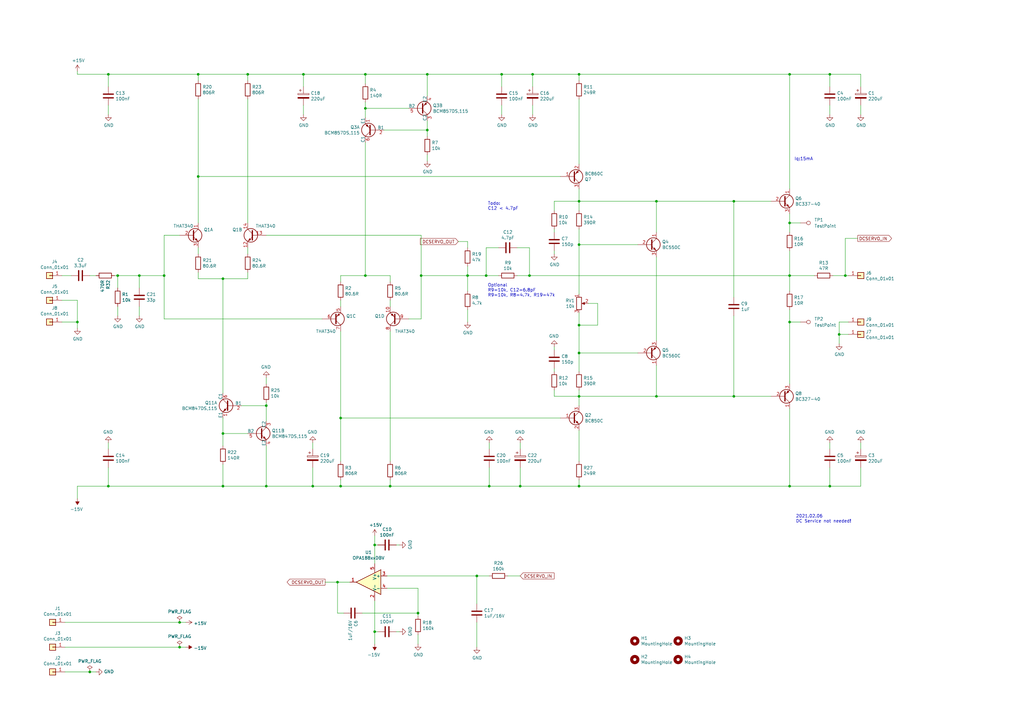
<source format=kicad_sch>
(kicad_sch (version 20211123) (generator eeschema)
  (paper "A3")
  (title_block (title "Discrete Pre-Amp Elektor THAT340 with DC Servo") (date "2022-11-06") (rev "v2d"))
  (lib_symbols
    (symbol "Amplifier_Operational:OPA188xxDBV" (pin_names (offset 0.127))
      (property "Reference" "U" (at 0 5.08 0))
      (property "Value" "OPA188xxDBV" (at 0 -5.08 0))
      (symbol "OPA188xxDBV_0_1"
        (pin power_in line (at -2.54 -7.62 90) (length 3.81) (name "V-") (number "2"))
        (pin power_in line (at -2.54 7.62 270) (length 3.81) (name "V+") (number "5"))
      )
      (symbol "OPA188xxDBV_1_1"
        (pin output line (at 7.62 0 180) (length 2.54) (name "~") (number "1"))
        (pin input line (at -7.62 2.54 0) (length 2.54) (name "+") (number "3"))
        (pin input line (at -7.62 -2.54 0) (length 2.54) (name "-") (number "4"))
      )
    )
    (symbol "Connector:TestPoint" (pin_numbers hide) (pin_names (offset 0.762) hide)
      (property "Reference" "TP" (at 0 6.858 0))
      (property "Value" "TestPoint" (at 0 5.08 0))
      (symbol "TestPoint_1_1"
        (pin passive line (at 0 0 90) (length 2.54) (name "1") (number "1"))
      )
    )
    (symbol "Connector_Generic:Conn_01x01" (pin_names (offset 1.016) hide)
      (property "Reference" "J" (at 0 2.54 0))
      (property "Value" "Conn_01x01" (at 0 -2.54 0))
      (symbol "Conn_01x01_1_1"
        (pin passive line (at -5.08 0 0) (length 3.81) (name "Pin_1") (number "1"))
      )
    )
    (symbol "Device:C" (pin_numbers hide) (pin_names (offset 0.254))
      (property "Reference" "C" (at 0.635 2.54 0))
      (property "Value" "C" (at 0.635 -2.54 0))
      (symbol "C_1_1"
        (pin passive line (at 0 3.81 270) (length 2.794) (name "~") (number "1"))
        (pin passive line (at 0 -3.81 90) (length 2.794) (name "~") (number "2"))
      )
    )
    (symbol "Device:C_Polarized" (pin_numbers hide) (pin_names (offset 0.254))
      (property "Reference" "C" (at 0.635 2.54 0))
      (property "Value" "C_Polarized" (at 0.635 -2.54 0))
      (symbol "C_Polarized_1_1"
        (pin passive line (at 0 3.81 270) (length 2.794) (name "~") (number "1"))
        (pin passive line (at 0 -3.81 90) (length 2.794) (name "~") (number "2"))
      )
    )
    (symbol "Device:R" (pin_numbers hide) (pin_names (offset 0))
      (property "Reference" "R" (at 2.032 0 90))
      (property "Value" "R" (at 0 0 90))
      (symbol "R_1_1"
        (pin passive line (at 0 3.81 270) (length 1.27) (name "~") (number "1"))
        (pin passive line (at 0 -3.81 90) (length 1.27) (name "~") (number "2"))
      )
    )
    (symbol "Mechanical:MountingHole" (pin_names (offset 1.016))
      (property "Reference" "H" (at 0 5.08 0))
      (property "Value" "MountingHole" (at 0 3.175 0))
    )
    (symbol "Transistor_BJT:BC327" (pin_names (offset 0) hide)
      (property "Reference" "Q" (at 5.08 1.905 0))
      (property "Value" "BC327" (at 5.08 0 0))
      (symbol "BC327_1_1"
        (pin passive line (at 2.54 5.08 270) (length 2.54) (name "C") (number "1"))
        (pin input line (at -5.08 0 0) (length 5.715) (name "B") (number "2"))
        (pin passive line (at 2.54 -5.08 90) (length 2.54) (name "E") (number "3"))
      )
    )
    (symbol "Transistor_BJT:BC337" (pin_names (offset 0) hide)
      (property "Reference" "Q" (at 5.08 1.905 0))
      (property "Value" "BC337" (at 5.08 0 0))
      (symbol "BC337_1_1"
        (pin passive line (at 2.54 5.08 270) (length 2.54) (name "C") (number "1"))
        (pin input line (at -5.08 0 0) (length 5.08) (name "B") (number "2"))
        (pin passive line (at 2.54 -5.08 90) (length 2.54) (name "E") (number "3"))
      )
    )
    (symbol "Transistor_BJT:BC550" (pin_names (offset 0) hide)
      (property "Reference" "Q" (at 5.08 1.905 0))
      (property "Value" "BC550" (at 5.08 0 0))
      (symbol "BC550_1_1"
        (pin passive line (at 2.54 5.08 270) (length 2.54) (name "C") (number "1"))
        (pin input line (at -5.08 0 0) (length 5.08) (name "B") (number "2"))
        (pin passive line (at 2.54 -5.08 90) (length 2.54) (name "E") (number "3"))
      )
    )
    (symbol "Transistor_BJT:BC560" (pin_names (offset 0) hide)
      (property "Reference" "Q" (at 5.08 1.905 0))
      (property "Value" "BC560" (at 5.08 0 0))
      (symbol "BC560_1_1"
        (pin passive line (at 2.54 5.08 270) (length 2.54) (name "C") (number "1"))
        (pin input line (at -5.08 0 0) (length 5.715) (name "B") (number "2"))
        (pin passive line (at 2.54 -5.08 90) (length 2.54) (name "E") (number "3"))
      )
    )
    (symbol "Transistor_BJT:BC850" (pin_names (offset 0) hide)
      (property "Reference" "Q" (at 5.08 1.905 0))
      (property "Value" "BC850" (at 5.08 0 0))
      (symbol "BC850_1_1"
        (pin input line (at -5.08 0 0) (length 5.715) (name "B") (number "1"))
        (pin passive line (at 2.54 -5.08 90) (length 2.54) (name "E") (number "2"))
        (pin passive line (at 2.54 5.08 270) (length 2.54) (name "C") (number "3"))
      )
    )
    (symbol "Transistor_BJT:BC860" (pin_names (offset 0) hide)
      (property "Reference" "Q" (at 5.08 1.905 0))
      (property "Value" "BC860" (at 5.08 0 0))
      (symbol "BC860_1_1"
        (pin input line (at -5.08 0 0) (length 5.715) (name "B") (number "1"))
        (pin passive line (at 2.54 -5.08 90) (length 2.54) (name "E") (number "2"))
        (pin passive line (at 2.54 5.08 270) (length 2.54) (name "C") (number "3"))
      )
    )
    (symbol "kicad-snk:BCM847DS,115" (pin_names (offset 0))
      (property "Reference" "Q" (at 5.08 1.27 0))
      (property "Value" "BCM847DS,115" (at 5.08 -1.27 0))
      (symbol "BCM847DS,115_1_1"
        (pin passive line (at 2.54 -5.08 90) (length 2.54) (name "E1") (number "1"))
        (pin input line (at -5.08 0 0) (length 2.54) (name "B1") (number "2"))
        (pin passive line (at 2.54 5.08 270) (length 2.54) (name "C1") (number "6"))
      )
      (symbol "BCM847DS,115_2_1"
        (pin passive line (at 2.54 5.08 270) (length 2.54) (name "C2") (number "3"))
        (pin passive line (at 2.54 -5.08 90) (length 2.54) (name "E2") (number "4"))
        (pin input line (at -5.08 0 0) (length 2.54) (name "B2") (number "5"))
      )
    )
    (symbol "kicad-snk:BCM857DS,115" (pin_names (offset 0))
      (property "Reference" "Q" (at 5.08 1.27 0))
      (property "Value" "BCM857DS,115" (at 5.08 -1.27 0))
      (symbol "BCM857DS,115_1_1"
        (pin passive line (at 2.54 -5.08 90) (length 2.54) (name "E1") (number "1"))
        (pin input line (at -5.08 0 0) (length 2.54) (name "B1") (number "2"))
        (pin passive line (at 2.54 5.08 270) (length 2.54) (name "C1") (number "6"))
      )
      (symbol "BCM857DS,115_2_1"
        (pin passive line (at 2.54 5.08 270) (length 2.54) (name "C2") (number "3"))
        (pin passive line (at 2.54 -5.08 90) (length 2.54) (name "E2") (number "4"))
        (pin input line (at -5.08 0 0) (length 2.54) (name "B2") (number "5"))
      )
    )
    (symbol "kicad-snk:THAT340" (pin_names (offset 0) hide)
      (property "Reference" "Q" (at 5.334 -5.08 0))
      (property "Value" "THAT340" (at 5.334 -6.858 0))
      (property "Datasheet" "http://www.thatcorp.com/datashts/THAT_300-Series_Datasheet.pdf" (at -2.032 0 0))
      (symbol "THAT340_1_1"
        (pin passive line (at 2.54 5.08 270) (length 2.54) (name "C") (number "1"))
        (pin input line (at -5.08 0 0) (length 5.715) (name "B") (number "2"))
        (pin passive line (at 2.54 -5.08 90) (length 2.54) (name "E") (number "3"))
      )
      (symbol "THAT340_2_1"
        (pin passive line (at 2.54 -5.08 90) (length 2.54) (name "E") (number "12"))
        (pin input line (at -5.08 0 0) (length 5.715) (name "B") (number "13"))
        (pin passive line (at 2.54 5.08 270) (length 2.54) (name "C") (number "14"))
      )
      (symbol "THAT340_3_1"
        (pin passive line (at 2.54 5.08 270) (length 2.54) (name "C") (number "5"))
        (pin input line (at -5.08 0 0) (length 5.715) (name "B") (number "6"))
        (pin passive line (at 2.54 -5.08 90) (length 2.54) (name "E") (number "7"))
      )
      (symbol "THAT340_4_1"
        (pin input line (at 2.54 5.08 270) (length 2.54) (name "~") (number "10"))
        (pin passive line (at 2.54 -5.08 90) (length 2.54) (name "E") (number "8"))
        (pin input line (at -5.08 0 0) (length 5.715) (name "B") (number "9"))
      )
      (symbol "THAT340_5_0"
        (text "SUB" (at -2.667 0 0) (effects (font (size 1.524 1.524))))
        (text "SUB" (at 2.921 0 0) (effects (font (size 1.524 1.524))))
      )
      (symbol "THAT340_5_1"
        (pin passive line (at 7.62 0 180) (length 2.54) (name "E") (number "11"))
        (pin input line (at -7.62 0 0) (length 2.54) (name "B") (number "4"))
      )
    )
    (symbol "power:+15V" (power) (pin_names (offset 0))
      (property "Value" "+15V" (at 0 3.556 0))
      (symbol "+15V_1_1"
        (pin power_in line (at 0 0 90) (length 0) hide (name "+15V") (number "1"))
      )
    )
    (symbol "power:-15V" (power) (pin_names (offset 0))
      (property "Value" "-15V" (at 0 3.81 0))
      (symbol "-15V_0_0"
        (pin power_in line (at 0 0 90) (length 0) hide (name "-15V") (number "1"))
      )
    )
    (symbol "power:GND" (power) (pin_names (offset 0))
      (property "Value" "GND" (at 0 -3.81 0))
      (symbol "GND_1_1"
        (pin power_in line (at 0 0 270) (length 0) hide (name "GND") (number "1"))
      )
    )
    (symbol "power:PWR_FLAG" (power) (pin_numbers hide) (pin_names (offset 0) hide)
      (property "Value" "PWR_FLAG" (at 0 3.81 0))
      (symbol "PWR_FLAG_0_0"
        (pin power_out line (at 0 0 90) (length 0) (name "pwr") (number "1"))
      )
    )
    (symbol "pre-amp-discret-rescue:R_POT-Device" (pin_names (offset 1.016) hide)
      (property "Reference" "RV" (at -4.445 0 90))
      (property "Value" "R_POT-Device" (at -2.54 0 90))
      (symbol "R_POT-Device_1_1"
        (pin passive line (at 0 3.81 270) (length 1.27) (name "1") (number "1"))
        (pin passive line (at 3.81 0 180) (length 1.27) (name "2") (number "2"))
        (pin passive line (at 0 -3.81 90) (length 1.27) (name "3") (number "3"))
      )
    )
  )
  (junction (at 149.86 113.03))
  (junction (at 139.7 199.39))
  (junction (at 237.49 162.56))
  (junction (at 237.49 100.33))
  (junction (at 237.49 30.48))
  (junction (at 149.86 30.48))
  (junction (at 67.31 113.03))
  (junction (at 160.02 199.39))
  (junction (at 237.49 82.55))
  (junction (at 300.99 82.55))
  (junction (at 175.26 30.48))
  (junction (at 237.49 133.35))
  (junction (at 124.46 30.48))
  (junction (at 340.36 199.39))
  (junction (at 195.58 236.22))
  (junction (at 171.45 251.46))
  (junction (at 139.7 171.45))
  (junction (at 346.71 113.03))
  (junction (at 323.85 91.44))
  (junction (at 91.44 114.3))
  (junction (at 138.43 238.76))
  (junction (at 172.72 113.03))
  (junction (at 36.83 275.59))
  (junction (at 153.67 223.52))
  (junction (at 237.49 144.78))
  (junction (at 205.74 30.48))
  (junction (at 323.85 113.03))
  (junction (at 44.45 30.48))
  (junction (at 81.28 30.48))
  (junction (at 175.26 53.34))
  (junction (at 44.45 199.39))
  (junction (at 73.66 255.27))
  (junction (at 109.22 166.37))
  (junction (at 57.15 113.03))
  (junction (at 269.24 162.56))
  (junction (at 323.85 30.48))
  (junction (at 109.22 199.39))
  (junction (at 31.75 132.08))
  (junction (at 218.44 30.48))
  (junction (at 213.36 199.39))
  (junction (at 73.66 265.43))
  (junction (at 91.44 199.39))
  (junction (at 323.85 132.08))
  (junction (at 81.28 72.39))
  (junction (at 191.77 113.03))
  (junction (at 200.66 199.39))
  (junction (at 48.26 113.03))
  (junction (at 269.24 82.55))
  (junction (at 340.36 30.48))
  (junction (at 237.49 199.39))
  (junction (at 149.86 44.45))
  (junction (at 91.44 177.8))
  (junction (at 199.39 113.03))
  (junction (at 128.27 199.39))
  (junction (at 101.6 30.48))
  (junction (at 344.17 137.16))
  (junction (at 300.99 162.56))
  (junction (at 217.17 113.03))
  (junction (at 323.85 199.39))
  (junction (at 153.67 259.08))
  (wire (pts (xy 26.67 265.43) (xy 73.66 265.43)))
  (wire (pts (xy 73.66 255.27) (xy 76.2 255.27)))
  (wire (pts (xy 347.98 132.08) (xy 344.17 132.08)))
  (wire (pts (xy 91.44 114.3) (xy 81.28 114.3)))
  (wire (pts (xy 237.49 100.33) (xy 237.49 93.98)))
  (wire (pts (xy 200.66 184.15) (xy 200.66 181.61)))
  (wire (pts (xy 163.83 223.52) (xy 162.56 223.52)))
  (wire (pts (xy 227.33 95.25) (xy 227.33 93.98)))
  (wire (pts (xy 227.33 162.56) (xy 227.33 160.02)))
  (wire (pts (xy 158.75 236.22) (xy 195.58 236.22)))
  (wire (pts (xy 109.22 182.88) (xy 109.22 199.39)))
  (wire (pts (xy 323.85 119.38) (xy 323.85 113.03)))
  (wire (pts (xy 212.09 101.6) (xy 217.17 101.6)))
  (wire (pts (xy 353.06 43.18) (xy 353.06 46.99)))
  (wire (pts (xy 353.06 30.48) (xy 340.36 30.48)))
  (wire (pts (xy 237.49 199.39) (xy 237.49 196.85)))
  (wire (pts (xy 67.31 96.52) (xy 67.31 113.03)))
  (wire (pts (xy 227.33 143.51) (xy 227.33 142.24)))
  (wire (pts (xy 227.33 152.4) (xy 227.33 151.13)))
  (wire (pts (xy 205.74 30.48) (xy 218.44 30.48)))
  (wire (pts (xy 261.62 100.33) (xy 237.49 100.33)))
  (wire (pts (xy 237.49 176.53) (xy 237.49 189.23)))
  (wire (pts (xy 149.86 113.03) (xy 160.02 113.03)))
  (wire (pts (xy 205.74 30.48) (xy 205.74 35.56)))
  (wire (pts (xy 213.36 191.77) (xy 213.36 199.39)))
  (wire (pts (xy 172.72 96.52) (xy 172.72 113.03)))
  (wire (pts (xy 138.43 251.46) (xy 138.43 238.76)))
  (wire (pts (xy 153.67 219.71) (xy 153.67 223.52)))
  (wire (pts (xy 237.49 162.56) (xy 237.49 160.02)))
  (wire (pts (xy 153.67 246.38) (xy 153.67 259.08)))
  (wire (pts (xy 269.24 82.55) (xy 237.49 82.55)))
  (wire (pts (xy 344.17 132.08) (xy 344.17 137.16)))
  (wire (pts (xy 347.98 137.16) (xy 344.17 137.16)))
  (wire (pts (xy 31.75 199.39) (xy 44.45 199.39)))
  (wire (pts (xy 227.33 82.55) (xy 237.49 82.55)))
  (wire (pts (xy 340.36 35.56) (xy 340.36 30.48)))
  (wire (pts (xy 237.49 86.36) (xy 237.49 82.55)))
  (wire (pts (xy 323.85 91.44) (xy 328.295 91.44)))
  (wire (pts (xy 237.49 33.02) (xy 237.49 30.48)))
  (wire (pts (xy 25.4 132.08) (xy 31.75 132.08)))
  (wire (pts (xy 160.02 125.73) (xy 160.02 123.19)))
  (wire (pts (xy 148.59 251.46) (xy 171.45 251.46)))
  (wire (pts (xy 26.67 255.27) (xy 73.66 255.27)))
  (wire (pts (xy 160.02 135.89) (xy 160.02 189.23)))
  (wire (pts (xy 109.22 96.52) (xy 172.72 96.52)))
  (wire (pts (xy 199.39 113.03) (xy 191.77 113.03)))
  (wire (pts (xy 175.26 66.04) (xy 175.26 63.5)))
  (wire (pts (xy 101.6 40.64) (xy 101.6 91.44)))
  (wire (pts (xy 44.45 35.56) (xy 44.45 30.48)))
  (wire (pts (xy 57.15 113.03) (xy 67.31 113.03)))
  (wire (pts (xy 149.86 34.29) (xy 149.86 30.48)))
  (wire (pts (xy 160.02 199.39) (xy 200.66 199.39)))
  (wire (pts (xy 205.74 46.99) (xy 205.74 43.18)))
  (wire (pts (xy 44.45 184.15) (xy 44.45 181.61)))
  (wire (pts (xy 175.26 30.48) (xy 205.74 30.48)))
  (wire (pts (xy 157.48 53.34) (xy 175.26 53.34)))
  (wire (pts (xy 109.22 165.1) (xy 109.22 166.37)))
  (wire (pts (xy 139.7 135.89) (xy 139.7 171.45)))
  (wire (pts (xy 128.27 184.15) (xy 128.27 181.61)))
  (wire (pts (xy 153.67 259.08) (xy 153.67 264.16)))
  (wire (pts (xy 57.15 129.54) (xy 57.15 125.73)))
  (wire (pts (xy 101.6 30.48) (xy 101.6 33.02)))
  (wire (pts (xy 48.26 118.11) (xy 48.26 113.03)))
  (wire (pts (xy 323.85 87.63) (xy 323.85 91.44)))
  (wire (pts (xy 109.22 166.37) (xy 109.22 172.72)))
  (wire (pts (xy 48.26 113.03) (xy 57.15 113.03)))
  (wire (pts (xy 31.75 30.48) (xy 31.75 29.21)))
  (wire (pts (xy 149.86 48.26) (xy 149.86 44.45)))
  (wire (pts (xy 26.67 275.59) (xy 36.83 275.59)))
  (wire (pts (xy 340.36 199.39) (xy 340.36 191.77)))
  (wire (pts (xy 200.66 191.77) (xy 200.66 199.39)))
  (wire (pts (xy 67.31 113.03) (xy 67.31 130.81)))
  (wire (pts (xy 323.85 167.64) (xy 323.85 199.39)))
  (wire (pts (xy 245.11 133.35) (xy 237.49 133.35)))
  (wire (pts (xy 213.36 199.39) (xy 237.49 199.39)))
  (wire (pts (xy 300.99 162.56) (xy 269.24 162.56)))
  (wire (pts (xy 109.22 157.48) (xy 109.22 154.94)))
  (wire (pts (xy 139.7 125.73) (xy 139.7 123.19)))
  (wire (pts (xy 73.66 265.43) (xy 76.2 265.43)))
  (wire (pts (xy 44.45 199.39) (xy 44.45 191.77)))
  (wire (pts (xy 346.71 113.03) (xy 347.98 113.03)))
  (wire (pts (xy 139.7 113.03) (xy 149.86 113.03)))
  (wire (pts (xy 237.49 199.39) (xy 323.85 199.39)))
  (wire (pts (xy 323.85 199.39) (xy 340.36 199.39)))
  (wire (pts (xy 300.99 129.54) (xy 300.99 162.56)))
  (wire (pts (xy 31.75 132.08) (xy 31.75 134.62)))
  (wire (pts (xy 172.72 113.03) (xy 191.77 113.03)))
  (wire (pts (xy 340.36 184.15) (xy 340.36 181.61)))
  (wire (pts (xy 44.45 46.99) (xy 44.45 43.18)))
  (wire (pts (xy 213.36 184.15) (xy 213.36 181.61)))
  (wire (pts (xy 323.85 157.48) (xy 323.85 132.08)))
  (wire (pts (xy 153.67 223.52) (xy 153.67 231.14)))
  (wire (pts (xy 175.26 53.34) (xy 175.26 49.53)))
  (wire (pts (xy 323.85 30.48) (xy 340.36 30.48)))
  (wire (pts (xy 237.49 133.35) (xy 237.49 144.78)))
  (wire (pts (xy 175.26 39.37) (xy 175.26 30.48)))
  (wire (pts (xy 237.49 30.48) (xy 323.85 30.48)))
  (wire (pts (xy 128.27 199.39) (xy 128.27 191.77)))
  (wire (pts (xy 101.6 114.3) (xy 91.44 114.3)))
  (wire (pts (xy 217.17 113.03) (xy 323.85 113.03)))
  (wire (pts (xy 167.64 130.81) (xy 172.72 130.81)))
  (wire (pts (xy 237.49 162.56) (xy 227.33 162.56)))
  (wire (pts (xy 31.75 204.47) (xy 31.75 199.39)))
  (wire (pts (xy 139.7 171.45) (xy 139.7 189.23)))
  (wire (pts (xy 81.28 114.3) (xy 81.28 111.76)))
  (wire (pts (xy 101.6 177.8) (xy 91.44 177.8)))
  (wire (pts (xy 36.83 113.03) (xy 39.37 113.03)))
  (wire (pts (xy 154.94 259.08) (xy 153.67 259.08)))
  (wire (pts (xy 81.28 104.14) (xy 81.28 101.6)))
  (wire (pts (xy 31.75 30.48) (xy 44.45 30.48)))
  (wire (pts (xy 31.75 123.19) (xy 31.75 132.08)))
  (wire (pts (xy 160.02 115.57) (xy 160.02 113.03)))
  (wire (pts (xy 101.6 104.14) (xy 101.6 101.6)))
  (wire (pts (xy 172.72 113.03) (xy 172.72 130.81)))
  (wire (pts (xy 140.97 251.46) (xy 138.43 251.46)))
  (wire (pts (xy 191.77 101.6) (xy 191.77 99.06)))
  (wire (pts (xy 81.28 40.64) (xy 81.28 72.39)))
  (wire (pts (xy 212.09 113.03) (xy 217.17 113.03)))
  (wire (pts (xy 99.06 166.37) (xy 109.22 166.37)))
  (wire (pts (xy 300.99 121.92) (xy 300.99 82.55)))
  (wire (pts (xy 229.87 171.45) (xy 139.7 171.45)))
  (wire (pts (xy 91.44 177.8) (xy 91.44 171.45)))
  (wire (pts (xy 323.85 113.03) (xy 334.01 113.03)))
  (wire (pts (xy 269.24 149.86) (xy 269.24 162.56)))
  (wire (pts (xy 44.45 199.39) (xy 91.44 199.39)))
  (wire (pts (xy 353.06 184.15) (xy 353.06 181.61)))
  (wire (pts (xy 323.85 30.48) (xy 323.85 77.47)))
  (wire (pts (xy 346.71 97.79) (xy 346.71 113.03)))
  (wire (pts (xy 109.22 199.39) (xy 128.27 199.39)))
  (wire (pts (xy 139.7 115.57) (xy 139.7 113.03)))
  (wire (pts (xy 245.11 124.46) (xy 245.11 133.35)))
  (wire (pts (xy 199.39 101.6) (xy 199.39 113.03)))
  (wire (pts (xy 36.83 275.59) (xy 39.37 275.59)))
  (wire (pts (xy 128.27 199.39) (xy 139.7 199.39)))
  (wire (pts (xy 353.06 199.39) (xy 353.06 191.77)))
  (wire (pts (xy 25.4 113.03) (xy 29.21 113.03)))
  (wire (pts (xy 149.86 30.48) (xy 175.26 30.48)))
  (wire (pts (xy 171.45 260.35) (xy 171.45 264.16)))
  (wire (pts (xy 149.86 58.42) (xy 149.86 113.03)))
  (wire (pts (xy 241.3 124.46) (xy 245.11 124.46)))
  (wire (pts (xy 124.46 35.56) (xy 124.46 30.48)))
  (wire (pts (xy 195.58 236.22) (xy 200.66 236.22)))
  (wire (pts (xy 139.7 199.39) (xy 160.02 199.39)))
  (wire (pts (xy 171.45 241.3) (xy 158.75 241.3)))
  (wire (pts (xy 353.06 199.39) (xy 340.36 199.39)))
  (wire (pts (xy 57.15 118.11) (xy 57.15 113.03)))
  (wire (pts (xy 25.4 123.19) (xy 31.75 123.19)))
  (wire (pts (xy 208.28 236.22) (xy 213.36 236.22)))
  (wire (pts (xy 217.17 101.6) (xy 217.17 113.03)))
  (wire (pts (xy 48.26 129.54) (xy 48.26 125.73)))
  (wire (pts (xy 133.35 238.76) (xy 138.43 238.76)))
  (wire (pts (xy 139.7 199.39) (xy 139.7 196.85)))
  (wire (pts (xy 81.28 30.48) (xy 101.6 30.48)))
  (wire (pts (xy 167.64 44.45) (xy 149.86 44.45)))
  (wire (pts (xy 149.86 44.45) (xy 149.86 41.91)))
  (wire (pts (xy 218.44 30.48) (xy 237.49 30.48)))
  (wire (pts (xy 191.77 127) (xy 191.77 132.08)))
  (wire (pts (xy 81.28 30.48) (xy 81.28 33.02)))
  (wire (pts (xy 227.33 86.36) (xy 227.33 82.55)))
  (wire (pts (xy 175.26 55.88) (xy 175.26 53.34)))
  (wire (pts (xy 191.77 113.03) (xy 191.77 119.38)))
  (wire (pts (xy 124.46 43.18) (xy 124.46 46.99)))
  (wire (pts (xy 67.31 96.52) (xy 73.66 96.52)))
  (wire (pts (xy 46.99 113.03) (xy 48.26 113.03)))
  (wire (pts (xy 163.83 259.08) (xy 162.56 259.08)))
  (wire (pts (xy 218.44 43.18) (xy 218.44 46.99)))
  (wire (pts (xy 204.47 101.6) (xy 199.39 101.6)))
  (wire (pts (xy 171.45 252.73) (xy 171.45 251.46)))
  (wire (pts (xy 269.24 162.56) (xy 237.49 162.56)))
  (wire (pts (xy 237.49 144.78) (xy 237.49 152.4)))
  (wire (pts (xy 195.58 247.65) (xy 195.58 236.22)))
  (wire (pts (xy 344.17 140.97) (xy 344.17 137.16)))
  (wire (pts (xy 199.39 113.03) (xy 204.47 113.03)))
  (wire (pts (xy 237.49 120.65) (xy 237.49 100.33)))
  (wire (pts (xy 353.06 35.56) (xy 353.06 30.48)))
  (wire (pts (xy 269.24 105.41) (xy 269.24 139.7)))
  (wire (pts (xy 341.63 113.03) (xy 346.71 113.03)))
  (wire (pts (xy 323.85 91.44) (xy 323.85 95.25)))
  (wire (pts (xy 237.49 82.55) (xy 237.49 77.47)))
  (wire (pts (xy 200.66 199.39) (xy 213.36 199.39)))
  (wire (pts (xy 171.45 251.46) (xy 171.45 241.3)))
  (wire (pts (xy 138.43 238.76) (xy 143.51 238.76)))
  (wire (pts (xy 124.46 30.48) (xy 101.6 30.48)))
  (wire (pts (xy 323.85 132.08) (xy 328.295 132.08)))
  (wire (pts (xy 191.77 99.06) (xy 187.96 99.06)))
  (wire (pts (xy 195.58 265.43) (xy 195.58 255.27)))
  (wire (pts (xy 323.85 113.03) (xy 323.85 102.87)))
  (wire (pts (xy 160.02 199.39) (xy 160.02 196.85)))
  (wire (pts (xy 81.28 72.39) (xy 81.28 91.44)))
  (wire (pts (xy 101.6 114.3) (xy 101.6 111.76)))
  (wire (pts (xy 227.33 104.14) (xy 227.33 102.87)))
  (wire (pts (xy 351.79 97.79) (xy 346.71 97.79)))
  (wire (pts (xy 67.31 130.81) (xy 132.08 130.81)))
  (wire (pts (xy 269.24 95.25) (xy 269.24 82.55)))
  (wire (pts (xy 91.44 199.39) (xy 109.22 199.39)))
  (wire (pts (xy 300.99 82.55) (xy 269.24 82.55)))
  (wire (pts (xy 154.94 223.52) (xy 153.67 223.52)))
  (wire (pts (xy 237.49 40.64) (xy 237.49 67.31)))
  (wire (pts (xy 323.85 132.08) (xy 323.85 127)))
  (wire (pts (xy 44.45 30.48) (xy 81.28 30.48)))
  (wire (pts (xy 91.44 161.29) (xy 91.44 114.3)))
  (wire (pts (xy 237.49 166.37) (xy 237.49 162.56)))
  (wire (pts (xy 316.23 162.56) (xy 300.99 162.56)))
  (wire (pts (xy 229.87 72.39) (xy 81.28 72.39)))
  (wire (pts (xy 91.44 190.5) (xy 91.44 199.39)))
  (wire (pts (xy 191.77 109.22) (xy 191.77 113.03)))
  (wire (pts (xy 237.49 128.27) (xy 237.49 133.35)))
  (wire (pts (xy 261.62 144.78) (xy 237.49 144.78)))
  (wire (pts (xy 340.36 46.99) (xy 340.36 43.18)))
  (wire (pts (xy 91.44 182.88) (xy 91.44 177.8)))
  (wire (pts (xy 124.46 30.48) (xy 149.86 30.48)))
  (wire (pts (xy 218.44 30.48) (xy 218.44 35.56)))
  (wire (pts (xy 316.23 82.55) (xy 300.99 82.55)))
  (text "2021.02.06\nDC Service not needed!" (at 326.39 214.63 0) (effects (font (size 1.27 1.27)) (justify left bottom)))
  (text "Optional\nR9=10k, C12=6.8pF\nR9=10k, R8=4.7k, R19=47k" (at 200.025 121.92 0) (effects (font (size 1.27 1.27)) (justify left bottom)))
  (text "Todo:\nC12 < 4.7pF" (at 200.025 86.36 0) (effects (font (size 1.27 1.27)) (justify left bottom)))
  (text "Iq:15mA" (at 325.755 66.04 0) (effects (font (size 1.27 1.27)) (justify left bottom)))
  (global_label "DCSERVO_OUT" (shape output) (at 133.35 238.76 180) (property "Intersheet References" "${INTERSHEET_REFS}" (effects hide)))
  (global_label "DCSERVO_OUT" (shape input) (at 187.96 99.06 180) (property "Intersheet References" "${INTERSHEET_REFS}" (effects hide)))
  (global_label "DCSERVO_IN" (shape output) (at 351.79 97.79 0) (property "Intersheet References" "${INTERSHEET_REFS}" (effects hide)))
  (global_label "DCSERVO_IN" (shape input) (at 213.36 236.22 0) (property "Intersheet References" "${INTERSHEET_REFS}" (effects hide)))
  (symbol (lib_id "Device:R") (at 160.02 193.04 0) (unit 1)
    (property "Reference" "R6" (at 161.798 191.8716 0) (effects (justify left)))
    (property "Value" "806R" (at 161.798 194.183 0) (effects (justify left)))
    (property "Footprint" "Resistor_SMD:R_0805_2012Metric_Pad1.20x1.40mm_HandSolder" (effects hide))
  )
  (symbol (lib_id "Device:C") (at 33.02 113.03 270) (unit 1)
    (property "Reference" "C2" (at 33.02 106.6292 90))
    (property "Value" "3.3uF" (at 33.02 108.9406 90))
    (property "Footprint" "Capacitor_THT:C_Rect_L7.2mm_W7.2mm_P5.00mm_FKS2_FKP2_MKS2_MKP2" (effects hide))
  )
  (symbol (lib_id "power:GND") (at 48.26 129.54 0) (unit 1)
    (property "Reference" "#PWR09" (effects hide))
    (property "Value" "GND" (at 48.387 133.9342 0))
  )
  (symbol (lib_id "Device:R") (at 139.7 193.04 0) (unit 1)
    (property "Reference" "R3" (at 141.478 191.8716 0) (effects (justify left)))
    (property "Value" "806R" (at 141.478 194.183 0) (effects (justify left)))
    (property "Footprint" "Resistor_SMD:R_0805_2012Metric_Pad1.20x1.40mm_HandSolder" (effects hide))
  )
  (symbol (lib_id "Device:R") (at 48.26 121.92 0) (unit 1)
    (property "Reference" "R1" (at 50.038 120.7516 0) (effects (justify left)))
    (property "Value" "10k" (at 50.038 123.063 0) (effects (justify left)))
    (property "Footprint" "Resistor_SMD:R_0805_2012Metric_Pad1.20x1.40mm_HandSolder" (effects hide))
  )
  (symbol (lib_id "Device:R") (at 191.77 123.19 0) (unit 1)
    (property "Reference" "R8" (at 193.548 122.0216 0) (effects (justify left)))
    (property "Value" "4.7k" (at 193.548 124.333 0) (effects (justify left)))
    (property "Footprint" "Resistor_SMD:R_0805_2012Metric_Pad1.20x1.40mm_HandSolder" (effects hide))
  )
  (symbol (lib_id "Device:R") (at 208.28 113.03 270) (unit 1)
    (property "Reference" "R9" (at 208.28 107.7722 90))
    (property "Value" "10k" (at 208.28 110.0836 90))
    (property "Footprint" "Resistor_SMD:R_0805_2012Metric_Pad1.20x1.40mm_HandSolder" (effects hide))
  )
  (symbol (lib_id "Device:R") (at 139.7 119.38 0) (unit 1)
    (property "Reference" "R2" (at 141.478 118.2116 0) (effects (justify left)))
    (property "Value" "80.6R" (at 141.478 120.523 0) (effects (justify left)))
    (property "Footprint" "Resistor_SMD:R_0805_2012Metric_Pad1.20x1.40mm_HandSolder" (effects hide))
  )
  (symbol (lib_id "Device:R") (at 160.02 119.38 0) (unit 1)
    (property "Reference" "R5" (at 161.798 118.2116 0) (effects (justify left)))
    (property "Value" "80.6R" (at 161.798 120.523 0) (effects (justify left)))
    (property "Footprint" "Resistor_SMD:R_0805_2012Metric_Pad1.20x1.40mm_HandSolder" (effects hide))
  )
  (symbol (lib_id "Device:R") (at 149.86 38.1 0) (unit 1)
    (property "Reference" "R4" (at 151.638 36.9316 0) (effects (justify left)))
    (property "Value" "140R" (at 151.638 39.243 0) (effects (justify left)))
    (property "Footprint" "Resistor_SMD:R_0805_2012Metric_Pad1.20x1.40mm_HandSolder" (effects hide))
  )
  (symbol (lib_id "Device:R") (at 175.26 59.69 0) (unit 1)
    (property "Reference" "R7" (at 177.038 58.5216 0) (effects (justify left)))
    (property "Value" "10k" (at 177.038 60.833 0) (effects (justify left)))
    (property "Footprint" "Resistor_SMD:R_0805_2012Metric_Pad1.20x1.40mm_HandSolder" (effects hide))
  )
  (symbol (lib_id "Transistor_BJT:BC860") (at 234.95 72.39 0) (mirror x) (unit 1)
    (property "Reference" "Q7" (at 239.8014 73.5584 0) (effects (justify left)))
    (property "Value" "BC860C" (at 239.8014 71.247 0) (effects (justify left)))
    (property "Footprint" "Package_TO_SOT_SMD:SOT-23" (effects hide))
    (property "Datasheet" "http://www.infineon.com/dgdl/Infineon-BC857SERIES_BC858SERIES_BC859SERIES_BC860SERIES-DS-v01_01-en.pdf?fileId=db3a304314dca389011541da0e3a1661" (effects hide))
  )
  (symbol (lib_id "Device:R") (at 237.49 36.83 0) (unit 1)
    (property "Reference" "R11" (at 239.268 35.6616 0) (effects (justify left)))
    (property "Value" "249R" (at 239.268 37.973 0) (effects (justify left)))
    (property "Footprint" "Resistor_SMD:R_0805_2012Metric_Pad1.20x1.40mm_HandSolder" (effects hide))
  )
  (symbol (lib_id "power:GND") (at 191.77 132.08 0) (unit 1)
    (property "Reference" "#PWR013" (effects hide))
    (property "Value" "GND" (at 191.897 136.4742 0))
  )
  (symbol (lib_id "power:GND") (at 31.75 134.62 0) (unit 1)
    (property "Reference" "#PWR04" (effects hide))
    (property "Value" "GND" (at 31.877 139.0142 0))
  )
  (symbol (lib_id "Mechanical:MountingHole") (at 260.35 262.89 0) (unit 1)
    (property "Reference" "H1" (at 262.89 261.7216 0) (effects (justify left)))
    (property "Value" "MountingHole" (at 262.89 264.033 0) (effects (justify left)))
    (property "Footprint" "MountingHole:MountingHole_3.2mm_M3" (effects hide))
  )
  (symbol (lib_id "Mechanical:MountingHole") (at 278.13 262.89 0) (unit 1)
    (property "Reference" "H3" (at 280.67 261.7216 0) (effects (justify left)))
    (property "Value" "MountingHole" (at 280.67 264.033 0) (effects (justify left)))
    (property "Footprint" "MountingHole:MountingHole_3.2mm_M3" (effects hide))
  )
  (symbol (lib_id "Mechanical:MountingHole") (at 260.35 270.51 0) (unit 1)
    (property "Reference" "H2" (at 262.89 269.3416 0) (effects (justify left)))
    (property "Value" "MountingHole" (at 262.89 271.653 0) (effects (justify left)))
    (property "Footprint" "MountingHole:MountingHole_3.2mm_M3" (effects hide))
  )
  (symbol (lib_id "Mechanical:MountingHole") (at 278.13 270.51 0) (unit 1)
    (property "Reference" "H4" (at 280.67 269.3416 0) (effects (justify left)))
    (property "Value" "MountingHole" (at 280.67 271.653 0) (effects (justify left)))
    (property "Footprint" "MountingHole:MountingHole_3.2mm_M3" (effects hide))
  )
  (symbol (lib_id "Connector_Generic:Conn_01x01") (at 20.32 113.03 180) (unit 1)
    (property "Reference" "J4" (at 22.4028 107.315 0))
    (property "Value" "Conn_01x01" (at 22.4028 109.6264 0))
    (property "Footprint" "Connector_Pin:Pin_D1.0mm_L10.0mm" (effects hide))
  )
  (symbol (lib_id "Connector_Generic:Conn_01x01") (at 20.32 123.19 180) (unit 1)
    (property "Reference" "J5" (at 22.4028 117.475 0))
    (property "Value" "Conn_01x01" (at 22.4028 119.7864 0))
    (property "Footprint" "Connector_Pin:Pin_D1.0mm_L10.0mm" (effects hide))
  )
  (symbol (lib_id "power:GND") (at 175.26 66.04 0) (unit 1)
    (property "Reference" "#PWR012" (effects hide))
    (property "Value" "GND" (at 175.387 70.4342 0))
  )
  (symbol (lib_id "power:+15V") (at 31.75 29.21 0) (unit 1)
    (property "Reference" "#PWR05" (effects hide))
    (property "Value" "+15V" (at 32.131 24.8158 0))
  )
  (symbol (lib_id "power:-15V") (at 31.75 204.47 180) (unit 1)
    (property "Reference" "#PWR08" (effects hide))
    (property "Value" "-15V" (at 31.369 208.8642 0))
  )
  (symbol (lib_id "Connector_Generic:Conn_01x01") (at 353.06 113.03 0) (unit 1)
    (property "Reference" "J6" (at 355.092 111.9632 0) (effects (justify left)))
    (property "Value" "Conn_01x01" (at 355.092 114.2746 0) (effects (justify left)))
    (property "Footprint" "Connector_Pin:Pin_D1.0mm_L10.0mm" (effects hide))
  )
  (symbol (lib_id "Connector_Generic:Conn_01x01") (at 353.06 137.16 0) (unit 1)
    (property "Reference" "J7" (at 355.092 136.0932 0) (effects (justify left)))
    (property "Value" "Conn_01x01" (at 355.092 138.4046 0) (effects (justify left)))
    (property "Footprint" "Connector_Pin:Pin_D1.0mm_L10.0mm" (effects hide))
  )
  (symbol (lib_id "Connector_Generic:Conn_01x01") (at 21.59 255.27 180) (unit 1)
    (property "Reference" "J1" (at 23.6728 249.555 0))
    (property "Value" "Conn_01x01" (at 23.6728 251.8664 0))
    (property "Footprint" "Connector_Pin:Pin_D1.0mm_L10.0mm" (effects hide))
  )
  (symbol (lib_id "Connector_Generic:Conn_01x01") (at 21.59 275.59 180) (unit 1)
    (property "Reference" "J2" (at 23.6728 269.875 0))
    (property "Value" "Conn_01x01" (at 23.6728 272.1864 0))
    (property "Footprint" "Connector_Pin:Pin_D1.0mm_L10.0mm" (effects hide))
  )
  (symbol (lib_id "Connector_Generic:Conn_01x01") (at 21.59 265.43 180) (unit 1)
    (property "Reference" "J3" (at 23.6728 259.715 0))
    (property "Value" "Conn_01x01" (at 23.6728 262.0264 0))
    (property "Footprint" "Connector_Pin:Pin_D1.0mm_L10.0mm" (effects hide))
  )
  (symbol (lib_id "power:GND") (at 39.37 275.59 90) (unit 1)
    (property "Reference" "#PWR02" (effects hide))
    (property "Value" "GND" (at 42.6212 275.463 90) (effects (justify right)))
  )
  (symbol (lib_id "power:+15V") (at 76.2 255.27 270) (unit 1)
    (property "Reference" "#PWR01" (effects hide))
    (property "Value" "+15V" (at 79.4512 255.651 90) (effects (justify left)))
  )
  (symbol (lib_id "Device:C_Polarized") (at 353.06 187.96 0) (unit 1)
    (property "Reference" "C3" (at 356.0572 186.7916 0) (effects (justify left)))
    (property "Value" "220uF" (at 356.0572 189.103 0) (effects (justify left)))
    (property "Footprint" "Capacitor_THT:CP_Radial_D8.0mm_P3.50mm" (effects hide))
  )
  (symbol (lib_id "Device:C") (at 340.36 187.96 180) (unit 1)
    (property "Reference" "C5" (at 343.281 186.7916 0) (effects (justify right)))
    (property "Value" "100nF" (at 343.281 189.103 0) (effects (justify right)))
    (property "Footprint" "Capacitor_SMD:C_1210_3225Metric_Pad1.33x2.70mm_HandSolder" (effects hide))
  )
  (symbol (lib_id "power:GND") (at 44.45 181.61 180) (unit 1)
    (property "Reference" "#PWR011" (effects hide))
    (property "Value" "GND" (at 44.323 177.2158 0))
  )
  (symbol (lib_id "Device:R") (at 337.82 113.03 270) (unit 1)
    (property "Reference" "R13" (at 337.82 107.7722 90))
    (property "Value" "47R" (at 337.82 110.0836 90))
    (property "Footprint" "Resistor_SMD:R_0805_2012Metric_Pad1.20x1.40mm_HandSolder" (effects hide))
  )
  (symbol (lib_id "Device:C_Polarized") (at 353.06 39.37 0) (unit 1)
    (property "Reference" "C1" (at 356.0572 38.2016 0) (effects (justify left)))
    (property "Value" "220uF" (at 356.0572 40.513 0) (effects (justify left)))
    (property "Footprint" "Capacitor_THT:CP_Radial_D8.0mm_P3.50mm" (effects hide))
  )
  (symbol (lib_id "Device:C") (at 340.36 39.37 180) (unit 1)
    (property "Reference" "C4" (at 343.281 38.2016 0) (effects (justify right)))
    (property "Value" "100nF" (at 343.281 40.513 0) (effects (justify right)))
    (property "Footprint" "Capacitor_SMD:C_1210_3225Metric_Pad1.33x2.70mm_HandSolder" (effects hide))
  )
  (symbol (lib_id "power:GND") (at 44.45 46.99 0) (unit 1)
    (property "Reference" "#PWR010" (effects hide))
    (property "Value" "GND" (at 44.577 51.3842 0))
  )
  (symbol (lib_id "power:GND") (at 344.17 140.97 0) (unit 1)
    (property "Reference" "#PWR015" (effects hide))
    (property "Value" "GND" (at 344.297 145.3642 0))
  )
  (symbol (lib_id "power:-15V") (at 76.2 265.43 270) (unit 1)
    (property "Reference" "#PWR0101" (effects hide))
    (property "Value" "-15V" (at 79.4512 265.811 90) (effects (justify left)))
  )
  (symbol (lib_id "power:PWR_FLAG") (at 36.83 275.59 0) (unit 1)
    (property "Reference" "#FLG0101" (effects hide))
    (property "Value" "PWR_FLAG" (at 36.83 271.1958 0))
  )
  (symbol (lib_id "power:PWR_FLAG") (at 73.66 265.43 0) (unit 1)
    (property "Reference" "#FLG0103" (effects hide))
    (property "Value" "PWR_FLAG" (at 73.66 261.0358 0))
  )
  (symbol (lib_id "Device:C") (at 208.28 101.6 270) (unit 1)
    (property "Reference" "C12" (at 208.28 95.1992 90))
    (property "Value" "4.7pF" (at 208.28 97.5106 90))
    (property "Footprint" "Capacitor_SMD:C_0805_2012Metric_Pad1.18x1.45mm_HandSolder" (effects hide))
  )
  (symbol (lib_id "Device:C") (at 44.45 39.37 180) (unit 1)
    (property "Reference" "C13" (at 47.371 38.2016 0) (effects (justify right)))
    (property "Value" "100nF" (at 47.371 40.513 0) (effects (justify right)))
    (property "Footprint" "Capacitor_SMD:C_1210_3225Metric_Pad1.33x2.70mm_HandSolder" (effects hide))
  )
  (symbol (lib_id "Device:C") (at 44.45 187.96 180) (unit 1)
    (property "Reference" "C14" (at 47.371 186.7916 0) (effects (justify right)))
    (property "Value" "100nF" (at 47.371 189.103 0) (effects (justify right)))
    (property "Footprint" "Capacitor_SMD:C_1210_3225Metric_Pad1.33x2.70mm_HandSolder" (effects hide))
  )
  (symbol (lib_id "power:GND") (at 340.36 181.61 180) (unit 1)
    (property "Reference" "#PWR018" (effects hide))
    (property "Value" "GND" (at 340.233 177.2158 0))
  )
  (symbol (lib_id "power:GND") (at 340.36 46.99 0) (unit 1)
    (property "Reference" "#PWR017" (effects hide))
    (property "Value" "GND" (at 340.487 51.3842 0))
  )
  (symbol (lib_id "power:GND") (at 353.06 46.99 0) (unit 1)
    (property "Reference" "#PWR019" (effects hide))
    (property "Value" "GND" (at 353.187 51.3842 0))
  )
  (symbol (lib_id "power:GND") (at 353.06 181.61 180) (unit 1)
    (property "Reference" "#PWR020" (effects hide))
    (property "Value" "GND" (at 352.933 177.2158 0))
  )
  (symbol (lib_id "kicad-snk:BCM847DS,115") (at 93.98 166.37 0) (mirror y) (unit 1)
    (property "Reference" "Q11" (at 89.1286 165.2016 0) (effects (justify left)))
    (property "Value" "BCM847DS,115" (at 89.1286 167.513 0) (effects (justify left)))
    (property "Footprint" "Package_SO:SC-74-6_1.5x2.9mm_P0.95mm" (effects hide))
    (property "Datasheet" "https://www.analog.com/media/en/technical-documentation/obsolete-data-sheets/SSM2210.pdf" (effects hide))
  )
  (symbol (lib_id "kicad-snk:BCM847DS,115") (at 106.68 177.8 0) (unit 2)
    (property "Reference" "Q11" (at 111.506 176.6316 0) (effects (justify left)))
    (property "Value" "BCM847DS,115" (at 111.506 178.943 0) (effects (justify left)))
    (property "Footprint" "Package_SO:SC-74-6_1.5x2.9mm_P0.95mm" (effects hide))
    (property "Datasheet" "https://www.analog.com/media/en/technical-documentation/obsolete-data-sheets/SSM2210.pdf" (effects hide))
  )
  (symbol (lib_id "power:PWR_FLAG") (at 73.66 255.27 0) (unit 1)
    (property "Reference" "#FLG01" (effects hide))
    (property "Value" "PWR_FLAG" (at 73.66 250.8758 0))
  )
  (symbol (lib_id "kicad-snk:BCM857DS,115") (at 172.72 44.45 0) (mirror x) (unit 2)
    (property "Reference" "Q3" (at 177.546 43.2816 0) (effects (justify left)))
    (property "Value" "BCM857DS,115" (at 177.546 45.593 0) (effects (justify left)))
    (property "Footprint" "Package_SO:SC-74-6_1.5x2.9mm_P0.95mm" (effects hide))
    (property "Datasheet" "https://www.analog.com/media/en/technical-documentation/data-sheets/SSM2220.pdf" (effects hide))
  )
  (symbol (lib_id "kicad-snk:BCM857DS,115") (at 152.4 53.34 180) (unit 1)
    (property "Reference" "Q3" (at 147.5486 52.1716 0) (effects (justify left)))
    (property "Value" "BCM857DS,115" (at 147.5486 54.483 0) (effects (justify left)))
    (property "Footprint" "Package_SO:SC-74-6_1.5x2.9mm_P0.95mm" (effects hide))
    (property "Datasheet" "https://www.analog.com/media/en/technical-documentation/data-sheets/SSM2220.pdf" (effects hide))
  )
  (symbol (lib_id "Device:R") (at 237.49 193.04 0) (unit 1)
    (property "Reference" "R27" (at 239.268 191.8716 0) (effects (justify left)))
    (property "Value" "249R" (at 239.268 194.183 0) (effects (justify left)))
    (property "Footprint" "Resistor_SMD:R_0805_2012Metric_Pad1.20x1.40mm_HandSolder" (effects hide))
  )
  (symbol (lib_id "Device:C_Polarized") (at 124.46 39.37 0) (unit 1)
    (property "Reference" "C18" (at 127.4572 38.2016 0) (effects (justify left)))
    (property "Value" "220uF" (at 127.4572 40.513 0) (effects (justify left)))
    (property "Footprint" "Capacitor_THT:CP_Radial_D8.0mm_P3.50mm" (effects hide))
  )
  (symbol (lib_id "power:GND") (at 124.46 46.99 0) (unit 1)
    (property "Reference" "#PWR023" (effects hide))
    (property "Value" "GND" (at 124.587 51.3842 0))
  )
  (symbol (lib_id "Device:C_Polarized") (at 128.27 187.96 0) (unit 1)
    (property "Reference" "C19" (at 131.2672 186.7916 0) (effects (justify left)))
    (property "Value" "220uF" (at 131.2672 189.103 0) (effects (justify left)))
    (property "Footprint" "Capacitor_THT:CP_Radial_D8.0mm_P3.50mm" (effects hide))
  )
  (symbol (lib_id "power:GND") (at 128.27 181.61 180) (unit 1)
    (property "Reference" "#PWR024" (effects hide))
    (property "Value" "GND" (at 128.143 177.2158 0))
  )
  (symbol (lib_id "Device:R") (at 101.6 36.83 0) (unit 1)
    (property "Reference" "R23" (at 103.378 35.6616 0) (effects (justify left)))
    (property "Value" "806R" (at 103.378 37.973 0) (effects (justify left)))
    (property "Footprint" "Resistor_SMD:R_0805_2012Metric_Pad1.20x1.40mm_HandSolder" (effects hide))
  )
  (symbol (lib_id "Device:R") (at 81.28 36.83 0) (unit 1)
    (property "Reference" "R20" (at 83.058 35.6616 0) (effects (justify left)))
    (property "Value" "806R" (at 83.058 37.973 0) (effects (justify left)))
    (property "Footprint" "Resistor_SMD:R_0805_2012Metric_Pad1.20x1.40mm_HandSolder" (effects hide))
  )
  (symbol (lib_id "Device:R") (at 81.28 107.95 0) (unit 1)
    (property "Reference" "R21" (at 83.058 106.7816 0) (effects (justify left)))
    (property "Value" "80.6R" (at 83.058 109.093 0) (effects (justify left)))
    (property "Footprint" "Resistor_SMD:R_0805_2012Metric_Pad1.20x1.40mm_HandSolder" (effects hide))
  )
  (symbol (lib_id "Device:R") (at 101.6 107.95 0) (unit 1)
    (property "Reference" "R24" (at 103.378 106.7816 0) (effects (justify left)))
    (property "Value" "80.6R" (at 103.378 109.093 0) (effects (justify left)))
    (property "Footprint" "Resistor_SMD:R_0805_2012Metric_Pad1.20x1.40mm_HandSolder" (effects hide))
  )
  (symbol (lib_id "Device:R") (at 109.22 161.29 0) (unit 1)
    (property "Reference" "R25" (at 110.998 160.1216 0) (effects (justify left)))
    (property "Value" "10k" (at 110.998 162.433 0) (effects (justify left)))
    (property "Footprint" "Resistor_SMD:R_0805_2012Metric_Pad1.20x1.40mm_HandSolder" (effects hide))
  )
  (symbol (lib_id "power:GND") (at 109.22 154.94 180) (unit 1)
    (property "Reference" "#PWR0104" (effects hide))
    (property "Value" "GND" (at 109.093 150.5458 0))
  )
  (symbol (lib_id "Device:R") (at 91.44 186.69 0) (unit 1)
    (property "Reference" "R22" (at 93.218 185.5216 0) (effects (justify left)))
    (property "Value" "140R" (at 93.218 187.833 0) (effects (justify left)))
    (property "Footprint" "Resistor_SMD:R_0805_2012Metric_Pad1.20x1.40mm_HandSolder" (effects hide))
  )
  (symbol (lib_id "Device:C") (at 57.15 121.92 180) (unit 1)
    (property "Reference" "C21" (at 60.071 120.7516 0) (effects (justify right)))
    (property "Value" "33p" (at 60.071 123.063 0) (effects (justify right)))
    (property "Footprint" "Capacitor_SMD:C_0805_2012Metric_Pad1.18x1.45mm_HandSolder" (effects hide))
  )
  (symbol (lib_id "Device:R") (at 43.18 113.03 270) (unit 1)
    (property "Reference" "R32" (at 44.3484 114.808 0) (effects (justify left)))
    (property "Value" "470R" (at 42.037 114.808 0) (effects (justify left)))
    (property "Footprint" "Resistor_SMD:R_0805_2012Metric_Pad1.20x1.40mm_HandSolder" (effects hide))
  )
  (symbol (lib_id "Device:R") (at 237.49 90.17 0) (unit 1)
    (property "Reference" "R14" (at 239.268 89.0016 0) (effects (justify left)))
    (property "Value" "390R" (at 239.268 91.313 0) (effects (justify left)))
    (property "Footprint" "Resistor_SMD:R_0805_2012Metric_Pad1.20x1.40mm_HandSolder" (effects hide))
  )
  (symbol (lib_id "power:GND") (at 57.15 129.54 0) (unit 1)
    (property "Reference" "#PWR031" (effects hide))
    (property "Value" "GND" (at 57.277 133.9342 0))
  )
  (symbol (lib_id "Device:R") (at 237.49 156.21 0) (unit 1)
    (property "Reference" "R15" (at 239.268 155.0416 0) (effects (justify left)))
    (property "Value" "390R" (at 239.268 157.353 0) (effects (justify left)))
    (property "Footprint" "Resistor_SMD:R_0805_2012Metric_Pad1.20x1.40mm_HandSolder" (effects hide))
  )
  (symbol (lib_id "pre-amp-discret-rescue:R_POT-Device") (at 237.49 124.46 0) (unit 1)
    (property "Reference" "RV1" (at 235.712 123.2916 0) (effects (justify right)))
    (property "Value" "10k" (at 235.712 125.603 0) (effects (justify right)))
    (property "Footprint" "Potentiometer_THT:Potentiometer_Bourns_3296W_Vertical" (effects hide))
  )
  (symbol (lib_id "Device:R") (at 323.85 99.06 0) (unit 1)
    (property "Reference" "R16" (at 325.628 97.8916 0) (effects (justify left)))
    (property "Value" "10R" (at 325.628 100.203 0) (effects (justify left)))
    (property "Footprint" "Resistor_SMD:R_0805_2012Metric_Pad1.20x1.40mm_HandSolder" (effects hide))
  )
  (symbol (lib_id "Device:R") (at 323.85 123.19 0) (unit 1)
    (property "Reference" "R17" (at 325.628 122.0216 0) (effects (justify left)))
    (property "Value" "10R" (at 325.628 124.333 0) (effects (justify left)))
    (property "Footprint" "Resistor_SMD:R_0805_2012Metric_Pad1.20x1.40mm_HandSolder" (effects hide))
  )
  (symbol (lib_id "Device:C") (at 300.99 125.73 180) (unit 1)
    (property "Reference" "C9" (at 303.911 124.5616 0) (effects (justify right)))
    (property "Value" "1uF" (at 303.911 126.873 0) (effects (justify right)))
    (property "Footprint" "Capacitor_THT:C_Rect_L7.2mm_W5.5mm_P5.00mm_FKS2_FKP2_MKS2_MKP2" (effects hide))
  )
  (symbol (lib_id "Device:R") (at 227.33 90.17 0) (unit 1)
    (property "Reference" "R10" (at 229.108 89.0016 0) (effects (justify left)))
    (property "Value" "10k" (at 229.108 91.313 0) (effects (justify left)))
    (property "Footprint" "Resistor_SMD:R_0805_2012Metric_Pad1.20x1.40mm_HandSolder" (effects hide))
  )
  (symbol (lib_id "Device:C") (at 227.33 99.06 180) (unit 1)
    (property "Reference" "C7" (at 230.251 97.8916 0) (effects (justify right)))
    (property "Value" "150p" (at 230.251 100.203 0) (effects (justify right)))
    (property "Footprint" "Capacitor_SMD:C_0805_2012Metric_Pad1.18x1.45mm_HandSolder" (effects hide))
  )
  (symbol (lib_id "power:GND") (at 227.33 104.14 0) (unit 1)
    (property "Reference" "#PWR03" (effects hide))
    (property "Value" "GND" (at 227.457 108.5342 0))
  )
  (symbol (lib_id "power:GND") (at 227.33 142.24 180) (unit 1)
    (property "Reference" "#PWR014" (effects hide))
    (property "Value" "GND" (at 227.203 137.8458 0))
  )
  (symbol (lib_id "Device:R") (at 227.33 156.21 0) (unit 1)
    (property "Reference" "R12" (at 229.108 155.0416 0) (effects (justify left)))
    (property "Value" "10k" (at 229.108 157.353 0) (effects (justify left)))
    (property "Footprint" "Resistor_SMD:R_0805_2012Metric_Pad1.20x1.40mm_HandSolder" (effects hide))
  )
  (symbol (lib_id "Device:C") (at 227.33 147.32 180) (unit 1)
    (property "Reference" "C8" (at 230.251 146.1516 0) (effects (justify right)))
    (property "Value" "150p" (at 230.251 148.463 0) (effects (justify right)))
    (property "Footprint" "Capacitor_SMD:C_0805_2012Metric_Pad1.18x1.45mm_HandSolder" (effects hide))
  )
  (symbol (lib_id "Transistor_BJT:BC560") (at 266.7 144.78 0) (mirror x) (unit 1)
    (property "Reference" "Q5" (at 271.5514 143.6116 0) (effects (justify left)))
    (property "Value" "BC560C" (at 271.5514 145.923 0) (effects (justify left)))
    (property "Footprint" "Package_TO_SOT_THT:TO-92_Inline" (effects hide))
    (property "Datasheet" "https://www.onsemi.com/pub/Collateral/BC556BTA-D.pdf" (effects hide))
  )
  (symbol (lib_id "Transistor_BJT:BC550") (at 266.7 100.33 0) (unit 1)
    (property "Reference" "Q4" (at 271.5514 99.1616 0) (effects (justify left)))
    (property "Value" "BC550C" (at 271.5514 101.473 0) (effects (justify left)))
    (property "Footprint" "Package_TO_SOT_THT:TO-92_Inline" (effects hide))
    (property "Datasheet" "https://www.onsemi.com/pub/Collateral/BC550-D.pdf" (effects hide))
  )
  (symbol (lib_id "Transistor_BJT:BC850") (at 234.95 171.45 0) (unit 1)
    (property "Reference" "Q2" (at 239.8014 170.2816 0) (effects (justify left)))
    (property "Value" "BC850C" (at 239.8014 172.593 0) (effects (justify left)))
    (property "Footprint" "Package_TO_SOT_SMD:SOT-23" (effects hide))
    (property "Datasheet" "http://www.infineon.com/dgdl/Infineon-BC847SERIES_BC848SERIES_BC849SERIES_BC850SERIES-DS-v01_01-en.pdf?fileId=db3a304314dca389011541d4630a1657" (effects hide))
  )
  (symbol (lib_id "Transistor_BJT:BC337") (at 321.31 82.55 0) (unit 1)
    (property "Reference" "Q6" (at 326.136 81.3816 0) (effects (justify left)))
    (property "Value" "BC337-40" (at 326.136 83.693 0) (effects (justify left)))
    (property "Footprint" "Package_TO_SOT_THT:TO-92_Inline" (effects hide))
    (property "Datasheet" "https://diotec.com/tl_files/diotec/files/pdf/datasheets/bc337.pdf" (effects hide))
  )
  (symbol (lib_id "Transistor_BJT:BC327") (at 321.31 162.56 0) (mirror x) (unit 1)
    (property "Reference" "Q8" (at 326.136 161.3916 0) (effects (justify left)))
    (property "Value" "BC327-40" (at 326.136 163.703 0) (effects (justify left)))
    (property "Footprint" "Package_TO_SOT_THT:TO-92_Inline" (effects hide))
    (property "Datasheet" "http://www.onsemi.com/pub_link/Collateral/BC327-D.PDF" (effects hide))
  )
  (symbol (lib_id "Device:R") (at 204.47 236.22 270) (unit 1)
    (property "Reference" "R26" (at 204.47 230.9622 90))
    (property "Value" "160k" (at 204.47 233.2736 90))
    (property "Footprint" "Resistor_SMD:R_0805_2012Metric_Pad1.20x1.40mm_HandSolder" (effects hide))
  )
  (symbol (lib_id "Device:C") (at 195.58 251.46 180) (unit 1)
    (property "Reference" "C17" (at 198.501 250.2916 0) (effects (justify right)))
    (property "Value" "1uF/16V" (at 198.501 252.603 0) (effects (justify right)))
    (property "Footprint" "Capacitor_SMD:C_1210_3225Metric_Pad1.33x2.70mm_HandSolder" (effects hide))
  )
  (symbol (lib_id "Device:R") (at 171.45 256.54 0) (unit 1)
    (property "Reference" "R18" (at 173.228 255.3716 0) (effects (justify left)))
    (property "Value" "160k" (at 173.228 257.683 0) (effects (justify left)))
    (property "Footprint" "Resistor_SMD:R_0805_2012Metric_Pad1.20x1.40mm_HandSolder" (effects hide))
  )
  (symbol (lib_id "Device:C") (at 144.78 251.46 90) (unit 1)
    (property "Reference" "C6" (at 145.9484 254.381 0) (effects (justify right)))
    (property "Value" "1uF/16V" (at 143.637 254.381 0) (effects (justify right)))
    (property "Footprint" "Capacitor_SMD:C_1210_3225Metric_Pad1.33x2.70mm_HandSolder" (effects hide))
  )
  (symbol (lib_id "Device:C") (at 158.75 223.52 270) (unit 1)
    (property "Reference" "C10" (at 158.75 217.1192 90))
    (property "Value" "100nF" (at 158.75 219.4306 90))
    (property "Footprint" "Capacitor_SMD:C_0603_1608Metric_Pad1.08x0.95mm_HandSolder" (effects hide))
  )
  (symbol (lib_id "power:+15V") (at 153.67 219.71 0) (unit 1)
    (property "Reference" "#PWR0102" (effects hide))
    (property "Value" "+15V" (at 154.051 215.3158 0))
  )
  (symbol (lib_id "power:-15V") (at 153.67 264.16 180) (unit 1)
    (property "Reference" "#PWR0103" (effects hide))
    (property "Value" "-15V" (at 153.289 268.5542 0))
  )
  (symbol (lib_id "Device:C") (at 158.75 259.08 270) (unit 1)
    (property "Reference" "C11" (at 158.75 252.6792 90))
    (property "Value" "100nF" (at 158.75 254.9906 90))
    (property "Footprint" "Capacitor_SMD:C_0603_1608Metric_Pad1.08x0.95mm_HandSolder" (effects hide))
  )
  (symbol (lib_id "power:GND") (at 163.83 259.08 90) (unit 1)
    (property "Reference" "#PWR0105" (effects hide))
    (property "Value" "GND" (at 168.2242 258.953 0))
  )
  (symbol (lib_id "power:GND") (at 171.45 264.16 0) (unit 1)
    (property "Reference" "#PWR0106" (effects hide))
    (property "Value" "GND" (at 171.577 268.5542 0))
  )
  (symbol (lib_id "power:GND") (at 195.58 265.43 0) (unit 1)
    (property "Reference" "#PWR0107" (effects hide))
    (property "Value" "GND" (at 195.707 269.8242 0))
  )
  (symbol (lib_id "Amplifier_Operational:OPA188xxDBV") (at 151.13 238.76 0) (mirror y) (unit 1)
    (property "Reference" "U1" (at 151.13 226.5426 0))
    (property "Value" "OPA188xxDBV" (at 151.13 228.854 0))
    (property "Footprint" "Package_TO_SOT_SMD:TSOT-23-5" (effects hide))
    (property "Datasheet" "http://www.ti.com/lit/ds/symlink/opa188.pdf" (effects hide))
  )
  (symbol (lib_id "power:GND") (at 163.83 223.52 90) (unit 1)
    (property "Reference" "#PWR0108" (effects hide))
    (property "Value" "GND" (at 168.2242 223.393 0))
  )
  (symbol (lib_id "Device:R") (at 191.77 105.41 0) (unit 1)
    (property "Reference" "R19" (at 193.548 104.2416 0) (effects (justify left)))
    (property "Value" "47k" (at 193.548 106.553 0) (effects (justify left)))
    (property "Footprint" "Resistor_SMD:R_0805_2012Metric_Pad1.20x1.40mm_HandSolder" (effects hide))
  )
  (symbol (lib_id "power:GND") (at 205.74 46.99 0) (unit 1)
    (property "Reference" "#PWR0109" (effects hide))
    (property "Value" "GND" (at 205.867 51.3842 0))
  )
  (symbol (lib_id "Connector:TestPoint") (at 328.295 91.44 270) (unit 1)
    (property "Reference" "TP1" (at 334.01 90.1699 90) (effects (justify left)))
    (property "Value" "TestPoint" (at 334.01 92.7099 90) (effects (justify left)))
    (property "Footprint" "TestPoint:TestPoint_Pad_D1.0mm" (effects hide))
  )
  (symbol (lib_id "Connector_Generic:Conn_01x01") (at 353.06 132.08 0) (unit 1)
    (property "Reference" "J9" (at 355.092 131.0132 0) (effects (justify left)))
    (property "Value" "Conn_01x01" (at 355.092 133.3246 0) (effects (justify left)))
    (property "Footprint" "Connector_Pin:Pin_D1.0mm_L10.0mm" (effects hide))
  )
  (symbol (lib_id "Device:C") (at 205.74 39.37 180) (unit 1)
    (property "Reference" "C15" (at 208.661 38.2016 0) (effects (justify right)))
    (property "Value" "100nF" (at 208.661 40.513 0) (effects (justify right)))
    (property "Footprint" "Capacitor_SMD:C_1210_3225Metric_Pad1.33x2.70mm_HandSolder" (effects hide))
  )
  (symbol (lib_id "Device:C_Polarized") (at 213.36 187.96 0) (unit 1)
    (property "Reference" "C22" (at 216.3572 186.7916 0) (effects (justify left)))
    (property "Value" "220uF" (at 216.3572 189.103 0) (effects (justify left)))
    (property "Footprint" "Capacitor_THT:CP_Radial_D8.0mm_P3.50mm" (effects hide))
  )
  (symbol (lib_id "Device:C_Polarized") (at 218.44 39.37 0) (unit 1)
    (property "Reference" "C16" (at 221.4372 38.2016 0) (effects (justify left)))
    (property "Value" "220uF" (at 221.4372 40.513 0) (effects (justify left)))
    (property "Footprint" "Capacitor_THT:CP_Radial_D8.0mm_P3.50mm" (effects hide))
  )
  (symbol (lib_id "kicad-snk:THAT340") (at 137.16 130.81 0) (unit 3)
    (property "Reference" "Q1" (at 141.986 129.6416 0) (effects (justify left)))
    (property "Value" "THAT340" (at 129.54 135.89 0) (effects (justify left)))
  )
  (symbol (lib_id "Device:C") (at 200.66 187.96 180) (unit 1)
    (property "Reference" "C20" (at 203.581 186.7916 0) (effects (justify right)))
    (property "Value" "100nF" (at 203.581 189.103 0) (effects (justify right)))
    (property "Footprint" "Capacitor_SMD:C_1210_3225Metric_Pad1.33x2.70mm_HandSolder" (effects hide))
  )
  (symbol (lib_id "kicad-snk:THAT340") (at 162.56 130.81 0) (mirror y) (unit 4)
    (property "Reference" "Q1" (at 157.734 129.6416 0) (effects (justify left)))
    (property "Value" "THAT340" (at 170.18 135.89 0) (effects (justify left)))
  )
  (symbol (lib_id "power:GND") (at 213.36 181.61 180) (unit 1)
    (property "Reference" "#PWR0111" (effects hide))
    (property "Value" "GND" (at 213.233 177.2158 0))
  )
  (symbol (lib_id "power:GND") (at 200.66 181.61 180) (unit 1)
    (property "Reference" "#PWR0112" (effects hide))
    (property "Value" "GND" (at 200.533 177.2158 0))
  )
  (symbol (lib_id "Connector_Generic:Conn_01x01") (at 20.32 132.08 180) (unit 1)
    (property "Reference" "J8" (at 22.4028 126.365 0))
    (property "Value" "Conn_01x01" (at 22.4028 128.6764 0))
    (property "Footprint" "Connector_Pin:Pin_D1.0mm_L10.0mm" (effects hide))
  )
  (symbol (lib_id "kicad-snk:THAT340") (at 78.74 96.52 0) (unit 1)
    (property "Reference" "Q1" (at 83.566 94.2086 0) (effects (justify left)))
    (property "Value" "THAT340" (at 71.12 92.71 0) (effects (justify left)))
    (property "Footprint" "Package_SO:SOIC-14_3.9x8.7mm_P1.27mm" (effects hide))
  )
  (symbol (lib_id "kicad-snk:THAT340") (at 104.14 96.52 0) (mirror y) (unit 2)
    (property "Reference" "Q1" (at 99.3394 94.2086 0) (effects (justify left)))
    (property "Value" "THAT340" (at 113.03 92.71 0) (effects (justify left)))
    (property "Footprint" "Package_SO:SOIC-14_3.9x8.7mm_P1.27mm" (effects hide))
  )
  (symbol (lib_id "power:GND") (at 218.44 46.99 0) (unit 1)
    (property "Reference" "#PWR0110" (effects hide))
    (property "Value" "GND" (at 218.567 51.3842 0))
  )
  (symbol (lib_id "Connector:TestPoint") (at 328.295 132.08 270) (unit 1)
    (property "Reference" "TP2" (at 334.01 130.8099 90) (effects (justify left)))
    (property "Value" "TestPoint" (at 334.01 133.3499 90) (effects (justify left)))
    (property "Footprint" "TestPoint:TestPoint_Pad_D1.0mm" (effects hide))
  )
)
</source>
